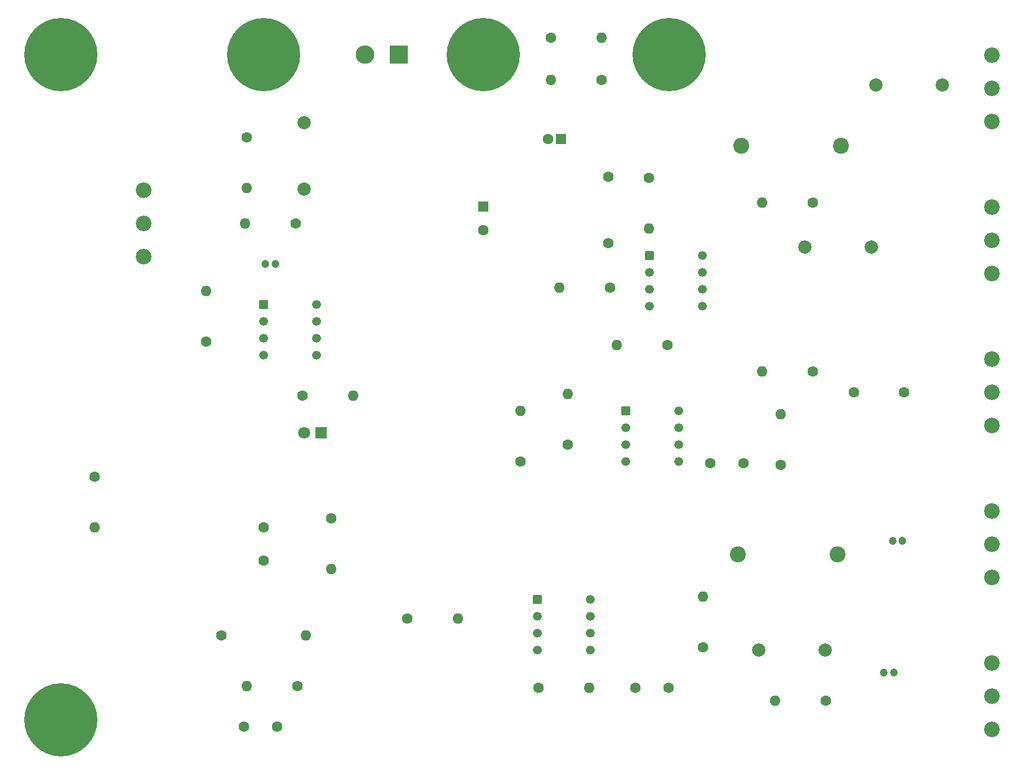
<source format=gbr>
%TF.GenerationSoftware,KiCad,Pcbnew,8.0.3*%
%TF.CreationDate,2024-06-14T23:05:29-04:00*%
%TF.ProjectId,eq,65712e6b-6963-4616-945f-706362585858,rev?*%
%TF.SameCoordinates,Original*%
%TF.FileFunction,Soldermask,Top*%
%TF.FilePolarity,Negative*%
%FSLAX46Y46*%
G04 Gerber Fmt 4.6, Leading zero omitted, Abs format (unit mm)*
G04 Created by KiCad (PCBNEW 8.0.3) date 2024-06-14 23:05:29*
%MOMM*%
%LPD*%
G01*
G04 APERTURE LIST*
G04 Aperture macros list*
%AMRoundRect*
0 Rectangle with rounded corners*
0 $1 Rounding radius*
0 $2 $3 $4 $5 $6 $7 $8 $9 X,Y pos of 4 corners*
0 Add a 4 corners polygon primitive as box body*
4,1,4,$2,$3,$4,$5,$6,$7,$8,$9,$2,$3,0*
0 Add four circle primitives for the rounded corners*
1,1,$1+$1,$2,$3*
1,1,$1+$1,$4,$5*
1,1,$1+$1,$6,$7*
1,1,$1+$1,$8,$9*
0 Add four rect primitives between the rounded corners*
20,1,$1+$1,$2,$3,$4,$5,0*
20,1,$1+$1,$4,$5,$6,$7,0*
20,1,$1+$1,$6,$7,$8,$9,0*
20,1,$1+$1,$8,$9,$2,$3,0*%
G04 Aperture macros list end*
%ADD10C,1.600000*%
%ADD11O,1.600000X1.600000*%
%ADD12C,2.340000*%
%ADD13C,11.000000*%
%ADD14C,2.400000*%
%ADD15R,1.600000X1.600000*%
%ADD16RoundRect,0.102000X-0.565000X-0.565000X0.565000X-0.565000X0.565000X0.565000X-0.565000X0.565000X0*%
%ADD17C,1.334000*%
%ADD18C,1.200000*%
%ADD19C,2.000000*%
%ADD20R,2.800000X2.800000*%
%ADD21O,2.800000X2.800000*%
%ADD22R,1.800000X1.800000*%
%ADD23C,1.800000*%
G04 APERTURE END LIST*
D10*
%TO.C,R15*%
X151130000Y-52705000D03*
D11*
X143510000Y-52705000D03*
%TD*%
D12*
%TO.C,RV4*%
X178060000Y-109140000D03*
X178060000Y-104140000D03*
X178060000Y-99140000D03*
%TD*%
%TO.C,RV5*%
X178060000Y-132000000D03*
X178060000Y-127000000D03*
X178060000Y-122000000D03*
%TD*%
D10*
%TO.C,R1*%
X43180000Y-93980000D03*
D11*
X43180000Y-101600000D03*
%TD*%
D10*
%TO.C,R12*%
X107188000Y-91694000D03*
D11*
X107188000Y-84074000D03*
%TD*%
D10*
%TO.C,R18*%
X73406000Y-55880000D03*
D11*
X65786000Y-55880000D03*
%TD*%
D13*
%TO.C,H3*%
X129540000Y-30480000D03*
%TD*%
D10*
%TO.C,R8*%
X134620000Y-119634000D03*
D11*
X134620000Y-112014000D03*
%TD*%
D10*
%TO.C,R4*%
X78740000Y-100250000D03*
D11*
X78740000Y-107870000D03*
%TD*%
D10*
%TO.C,R3*%
X62230000Y-117856000D03*
D11*
X74930000Y-117856000D03*
%TD*%
D14*
%TO.C,C10*%
X155328000Y-44196000D03*
X140328000Y-44196000D03*
%TD*%
D15*
%TO.C,C16*%
X101600000Y-53340000D03*
D10*
X101600000Y-56840000D03*
%TD*%
%TO.C,R13*%
X126492000Y-49022000D03*
D11*
X126492000Y-56642000D03*
%TD*%
D12*
%TO.C,RV2*%
X178060000Y-63420000D03*
X178060000Y-58420000D03*
X178060000Y-53420000D03*
%TD*%
D10*
%TO.C,R5*%
X90170000Y-115316000D03*
D11*
X97790000Y-115316000D03*
%TD*%
D10*
%TO.C,R7*%
X153035000Y-127635000D03*
D11*
X145415000Y-127635000D03*
%TD*%
D16*
%TO.C,U1*%
X109695000Y-112395000D03*
D17*
X109695000Y-114935000D03*
X109695000Y-117475000D03*
X109695000Y-120015000D03*
X117635000Y-120015000D03*
X117635000Y-117475000D03*
X117635000Y-114935000D03*
X117635000Y-112395000D03*
%TD*%
D10*
%TO.C,R6*%
X109855000Y-125730000D03*
D11*
X117475000Y-125730000D03*
%TD*%
D10*
%TO.C,R17*%
X59944000Y-73660000D03*
D11*
X59944000Y-66040000D03*
%TD*%
D10*
%TO.C,C2*%
X68580000Y-101600000D03*
X68580000Y-106600000D03*
%TD*%
D16*
%TO.C,U4*%
X68580000Y-68072000D03*
D17*
X68580000Y-70612000D03*
X68580000Y-73152000D03*
X68580000Y-75692000D03*
X76520000Y-75692000D03*
X76520000Y-73152000D03*
X76520000Y-70612000D03*
X76520000Y-68072000D03*
%TD*%
D10*
%TO.C,C8*%
X164786000Y-81280000D03*
X157286000Y-81280000D03*
%TD*%
%TO.C,R9*%
X151130000Y-78105000D03*
D11*
X143510000Y-78105000D03*
%TD*%
D10*
%TO.C,R16*%
X129286000Y-74168000D03*
D11*
X121666000Y-74168000D03*
%TD*%
D10*
%TO.C,R19*%
X66040000Y-42926000D03*
D11*
X66040000Y-50546000D03*
%TD*%
D18*
%TO.C,C6*%
X164592000Y-103632000D03*
X163092000Y-103632000D03*
%TD*%
D13*
%TO.C,H1*%
X38100000Y-30480000D03*
%TD*%
D10*
%TO.C,R22*%
X74422000Y-81788000D03*
D11*
X82042000Y-81788000D03*
%TD*%
D13*
%TO.C,H2*%
X38100000Y-130556000D03*
%TD*%
D18*
%TO.C,C14*%
X68846000Y-61976000D03*
X70346000Y-61976000D03*
%TD*%
D10*
%TO.C,C11*%
X120396000Y-48848000D03*
X120396000Y-58848000D03*
%TD*%
D19*
%TO.C,C15*%
X74676000Y-50720000D03*
X74676000Y-40720000D03*
%TD*%
D14*
%TO.C,C7*%
X154820000Y-105664000D03*
X139820000Y-105664000D03*
%TD*%
D16*
%TO.C,U3*%
X126586000Y-60706000D03*
D17*
X126586000Y-63246000D03*
X126586000Y-65786000D03*
X126586000Y-68326000D03*
X134526000Y-68326000D03*
X134526000Y-65786000D03*
X134526000Y-63246000D03*
X134526000Y-60706000D03*
%TD*%
D12*
%TO.C,RV1*%
X178060000Y-40560000D03*
X178060000Y-35560000D03*
X178060000Y-30560000D03*
%TD*%
D10*
%TO.C,R2*%
X73660000Y-125476000D03*
D11*
X66040000Y-125476000D03*
%TD*%
D10*
%TO.C,R14*%
X120650000Y-65532000D03*
D11*
X113030000Y-65532000D03*
%TD*%
D13*
%TO.C,H4*%
X101600000Y-30480000D03*
%TD*%
D10*
%TO.C,R10*%
X114300000Y-89154000D03*
D11*
X114300000Y-81534000D03*
%TD*%
D10*
%TO.C,R21*%
X119380000Y-34290000D03*
D11*
X111760000Y-34290000D03*
%TD*%
D10*
%TO.C,C1*%
X65572000Y-131572000D03*
X70572000Y-131572000D03*
%TD*%
D12*
%TO.C,RV6*%
X50540000Y-50880000D03*
X50540000Y-55880000D03*
X50540000Y-60880000D03*
%TD*%
D16*
%TO.C,U2*%
X123030000Y-84074000D03*
D17*
X123030000Y-86614000D03*
X123030000Y-89154000D03*
X123030000Y-91694000D03*
X130970000Y-91694000D03*
X130970000Y-89154000D03*
X130970000Y-86614000D03*
X130970000Y-84074000D03*
%TD*%
D19*
%TO.C,C12*%
X170608000Y-35052000D03*
X160608000Y-35052000D03*
%TD*%
D13*
%TO.C,H5*%
X68580000Y-30480000D03*
%TD*%
D20*
%TO.C,D1*%
X88900000Y-30480000D03*
D21*
X83820000Y-30480000D03*
%TD*%
D12*
%TO.C,RV3*%
X178060000Y-86280000D03*
X178060000Y-81280000D03*
X178060000Y-76280000D03*
%TD*%
D10*
%TO.C,C3*%
X124460000Y-125690000D03*
X129460000Y-125690000D03*
%TD*%
%TO.C,C9*%
X140676000Y-91948000D03*
X135676000Y-91948000D03*
%TD*%
D22*
%TO.C,D2*%
X77216000Y-87376000D03*
D23*
X74676000Y-87376000D03*
%TD*%
D19*
%TO.C,C5*%
X152955000Y-120015000D03*
X142955000Y-120015000D03*
%TD*%
D10*
%TO.C,R20*%
X111760000Y-27940000D03*
D11*
X119380000Y-27940000D03*
%TD*%
D10*
%TO.C,R11*%
X146304000Y-92202000D03*
D11*
X146304000Y-84582000D03*
%TD*%
D19*
%TO.C,C13*%
X159940000Y-59436000D03*
X149940000Y-59436000D03*
%TD*%
D15*
%TO.C,C17*%
X113284000Y-43180000D03*
D10*
X111284000Y-43180000D03*
%TD*%
D18*
%TO.C,C4*%
X163310000Y-123444000D03*
X161810000Y-123444000D03*
%TD*%
M02*

</source>
